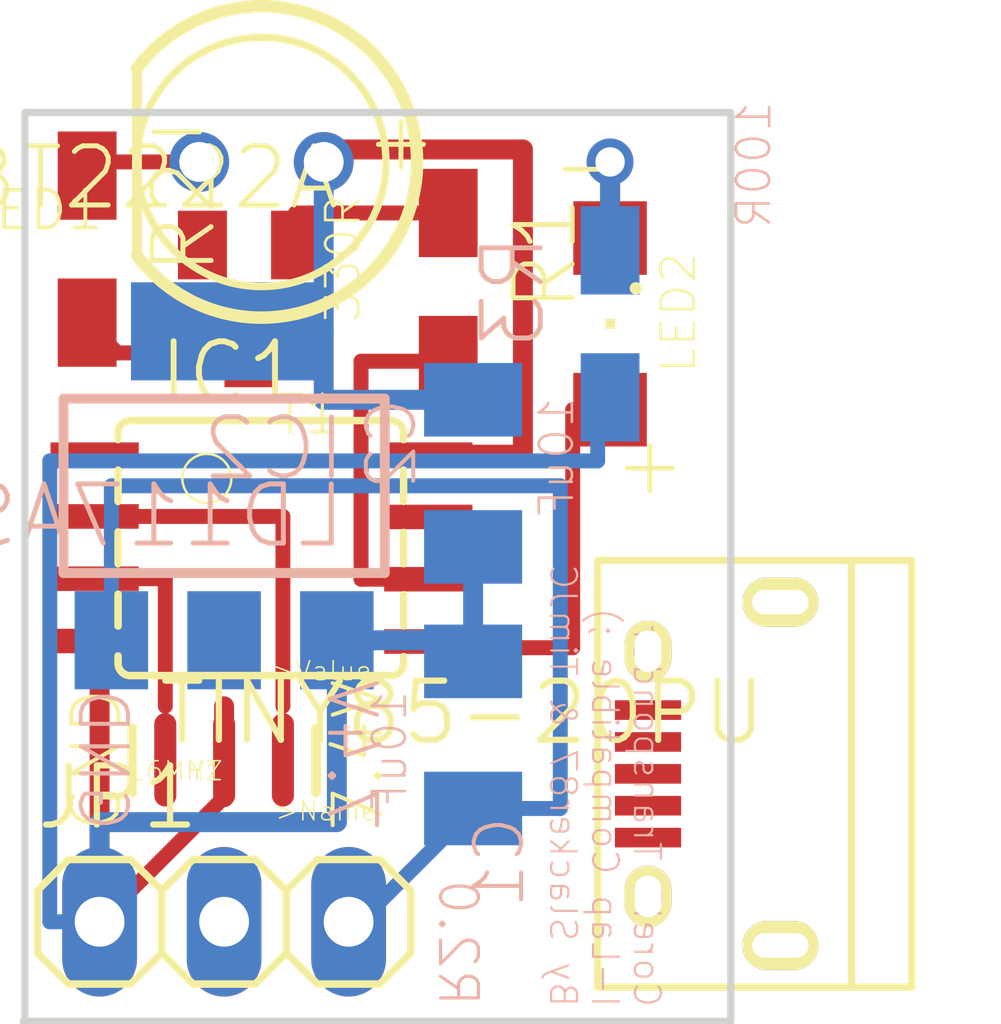
<source format=kicad_pcb>
(kicad_pcb (version 4) (host pcbnew 4.0.3-stable)

  (general
    (links 20)
    (no_connects 3)
    (area 136.149341 93.289199 157.497883 115.92695)
    (thickness 1.6)
    (drawings 14)
    (tracks 50)
    (zones 0)
    (modules 13)
    (nets 13)
  )

  (page A4)
  (layers
    (0 Top signal)
    (31 Bottom signal)
    (32 B.Adhes user hide)
    (33 F.Adhes user hide)
    (34 B.Paste user hide)
    (35 F.Paste user hide)
    (36 B.SilkS user hide)
    (37 F.SilkS user hide)
    (38 B.Mask user hide)
    (39 F.Mask user hide)
    (40 Dwgs.User user)
    (41 Cmts.User user)
    (42 Eco1.User user)
    (43 Eco2.User user)
    (44 Edge.Cuts user)
    (45 Margin user)
    (46 B.CrtYd user)
    (47 F.CrtYd user)
    (48 B.Fab user)
    (49 F.Fab user)
  )

  (setup
    (last_trace_width 0.25)
    (trace_clearance 0.1524)
    (zone_clearance 0.508)
    (zone_45_only no)
    (trace_min 0.2)
    (segment_width 0.2)
    (edge_width 0.15)
    (via_size 0.6)
    (via_drill 0.4)
    (via_min_size 0.4)
    (via_min_drill 0.3)
    (uvia_size 0.3)
    (uvia_drill 0.1)
    (uvias_allowed no)
    (uvia_min_size 0.2)
    (uvia_min_drill 0.1)
    (pcb_text_width 0.3)
    (pcb_text_size 1.5 1.5)
    (mod_edge_width 0.15)
    (mod_text_size 1 1)
    (mod_text_width 0.15)
    (pad_size 1.524 1.524)
    (pad_drill 0.762)
    (pad_to_mask_clearance 0.2)
    (aux_axis_origin 0 0)
    (visible_elements 7FFFFFFF)
    (pcbplotparams
      (layerselection 0x00030_80000001)
      (usegerberextensions false)
      (excludeedgelayer true)
      (linewidth 0.100000)
      (plotframeref false)
      (viasonmask false)
      (mode 1)
      (useauxorigin false)
      (hpglpennumber 1)
      (hpglpenspeed 20)
      (hpglpendiameter 15)
      (hpglpenoverlay 2)
      (psnegative false)
      (psa4output false)
      (plotreference true)
      (plotvalue true)
      (plotinvisibletext false)
      (padsonsilk false)
      (subtractmaskfromsilk false)
      (outputformat 1)
      (mirror false)
      (drillshape 1)
      (scaleselection 1)
      (outputdirectory ""))
  )

  (net 0 "")
  (net 1 5V)
  (net 2 GND)
  (net 3 N$2)
  (net 4 N$3)
  (net 5 N$4)
  (net 6 N$5)
  (net 7 N$1)
  (net 8 N$6)
  (net 9 N$7)
  (net 10 N$8)
  (net 11 N$9)
  (net 12 VCC)

  (net_class Default "This is the default net class."
    (clearance 0.1524)
    (trace_width 0.25)
    (via_dia 0.6)
    (via_drill 0.4)
    (uvia_dia 0.3)
    (uvia_drill 0.1)
    (add_net 5V)
    (add_net GND)
    (add_net N$1)
    (add_net N$2)
    (add_net N$3)
    (add_net N$4)
    (add_net N$5)
    (add_net N$6)
    (add_net N$7)
    (add_net N$8)
    (add_net N$9)
    (add_net VCC)
  )

  (module 8S2 (layer Top) (tedit 0) (tstamp 57B15D1E)
    (at 146.7611 104.6176 270)
    (descr "<b>8S2</b> 8-lead, 0.208 Body<p>\nPlastic Small Outline Package (EIAJ)<br>\nSource: http://www.atmel.com/dyn/resources/prod_documents/2535S.pdf")
    (fp_text reference IC1 (at -2.8575 2.159 360) (layer F.SilkS)
      (effects (font (size 1.2065 1.2065) (thickness 0.12065)) (justify left bottom))
    )
    (fp_text value TINY85-20PU (at 4.064 2.159 360) (layer F.SilkS)
      (effects (font (size 1.2065 1.2065) (thickness 0.127)) (justify left bottom))
    )
    (fp_arc (start -2.35 -2.65) (end -2.6 -2.65) (angle 90) (layer F.SilkS) (width 0.1524))
    (fp_arc (start 2.35 -2.65) (end 2.35 -2.9) (angle 90) (layer F.SilkS) (width 0.1524))
    (fp_arc (start 2.35 2.675) (end 2.35 2.925) (angle -90) (layer F.SilkS) (width 0.1524))
    (fp_arc (start -2.35 2.675) (end -2.6 2.675) (angle -90) (layer F.SilkS) (width 0.1524))
    (fp_line (start 2.36 2.925) (end -2.34 2.925) (layer Dwgs.User) (width 0.1524))
    (fp_line (start -2.34 -2.9) (end 2.36 -2.9) (layer Dwgs.User) (width 0.1524))
    (fp_line (start -2.21 -2.9) (end -2.34 -2.9) (layer F.SilkS) (width 0.1524))
    (fp_line (start -1.59 -2.9) (end -0.95 -2.9) (layer F.SilkS) (width 0.1524))
    (fp_line (start -0.32 -2.9) (end 0.32 -2.9) (layer F.SilkS) (width 0.1524))
    (fp_line (start 0.95 -2.9) (end 1.59 -2.9) (layer F.SilkS) (width 0.1524))
    (fp_line (start 2.21 -2.9) (end 2.36 -2.9) (layer F.SilkS) (width 0.1524))
    (fp_line (start 2.2 2.925) (end 2.33 2.925) (layer F.SilkS) (width 0.1524))
    (fp_line (start 1.59 2.925) (end 0.94 2.925) (layer F.SilkS) (width 0.1524))
    (fp_line (start 0.32 2.925) (end -0.33 2.925) (layer F.SilkS) (width 0.1524))
    (fp_line (start -0.95 2.925) (end -1.59 2.925) (layer F.SilkS) (width 0.1524))
    (fp_line (start -2.21 2.925) (end -2.34 2.925) (layer F.SilkS) (width 0.1524))
    (fp_line (start -2.6 -2.65) (end -2.6 2.665) (layer F.SilkS) (width 0.1524))
    (fp_line (start 2.6 2.675) (end 2.6 -2.65) (layer F.SilkS) (width 0.1524))
    (fp_circle (center -1.42 1.115) (end -0.92 1.115) (layer F.SilkS) (width 0.0508))
    (fp_poly (pts (xy -2.08 -2.95) (xy -1.73 -2.95) (xy -1.73 -3.85) (xy -2.08 -3.85)) (layer Dwgs.User) (width 0))
    (fp_poly (pts (xy -0.81 -2.95) (xy -0.46 -2.95) (xy -0.46 -3.85) (xy -0.81 -3.85)) (layer Dwgs.User) (width 0))
    (fp_poly (pts (xy 0.46 -2.95) (xy 0.81 -2.95) (xy 0.81 -3.85) (xy 0.46 -3.85)) (layer Dwgs.User) (width 0))
    (fp_poly (pts (xy 1.73 -2.95) (xy 2.08 -2.95) (xy 2.08 -3.85) (xy 1.73 -3.85)) (layer Dwgs.User) (width 0))
    (fp_poly (pts (xy 1.72 3.85) (xy 2.07 3.85) (xy 2.07 2.95) (xy 1.72 2.95)) (layer Dwgs.User) (width 0))
    (fp_poly (pts (xy 0.45 3.85) (xy 0.8 3.85) (xy 0.8 2.95) (xy 0.45 2.95)) (layer Dwgs.User) (width 0))
    (fp_poly (pts (xy -0.82 3.85) (xy -0.47 3.85) (xy -0.47 2.95) (xy -0.82 2.95)) (layer Dwgs.User) (width 0))
    (fp_poly (pts (xy -2.08 3.85) (xy -1.73 3.85) (xy -1.73 2.95) (xy -2.08 2.95)) (layer Dwgs.User) (width 0))
    (pad 1 smd rect (at -1.905 3.404 270) (size 0.5 1.8) (layers Top F.Paste F.Mask))
    (pad 2 smd rect (at -0.645 3.404 270) (size 0.5 1.8) (layers Top F.Paste F.Mask)
      (net 11 N$9))
    (pad 3 smd rect (at 0.625 3.404 270) (size 0.5 1.8) (layers Top F.Paste F.Mask)
      (net 10 N$8))
    (pad 4 smd rect (at 1.895 3.404 270) (size 0.5 1.8) (layers Top F.Paste F.Mask)
      (net 2 GND))
    (pad 8 smd rect (at -1.905 -3.404 270) (size 0.5 1.8) (layers Top F.Paste F.Mask)
      (net 1 5V))
    (pad 7 smd rect (at -0.635 -3.404 270) (size 0.5 1.8) (layers Top F.Paste F.Mask)
      (net 9 N$7))
    (pad 6 smd rect (at 0.635 -3.404 270) (size 0.5 1.8) (layers Top F.Paste F.Mask)
      (net 6 N$5))
    (pad 5 smd rect (at 1.905 -3.404 270) (size 0.5 1.8) (layers Top F.Paste F.Mask)
      (net 7 N$1))
  )

  (module LED5MM (layer Top) (tedit 0) (tstamp 57B15D44)
    (at 146.7611 96.7436 180)
    (descr "<B>LED</B><p>\n5 mm, round")
    (fp_text reference LED1 (at 3.175 -0.5334 360) (layer F.SilkS)
      (effects (font (size 0.77216 0.77216) (thickness 0.077216)) (justify right top))
    )
    (fp_text value "" (at 3.2004 1.8034 360) (layer F.SilkS)
      (effects (font (size 1.2065 1.2065) (thickness 0.12065)) (justify right top))
    )
    (fp_line (start 2.54 1.905) (end 2.54 -1.905) (layer F.SilkS) (width 0.2032))
    (fp_arc (start 0 0) (end 2.54 1.905) (angle 286.260205) (layer F.SilkS) (width 0.254))
    (fp_arc (start 0 0) (end -1.143 0) (angle 90) (layer Dwgs.User) (width 0.1524))
    (fp_arc (start 0 0) (end 0 1.143) (angle -90) (layer Dwgs.User) (width 0.1524))
    (fp_arc (start 0 0) (end -1.651 0) (angle 90) (layer Dwgs.User) (width 0.1524))
    (fp_arc (start 0 0) (end 0 1.651) (angle -90) (layer Dwgs.User) (width 0.1524))
    (fp_arc (start 0 0) (end -2.159 0) (angle 90) (layer Dwgs.User) (width 0.1524))
    (fp_arc (start 0 0) (end 0 2.159) (angle -90) (layer Dwgs.User) (width 0.1524))
    (fp_circle (center 0 0) (end 2.54 0) (layer F.SilkS) (width 0.1524))
    (pad A thru_hole circle (at -1.27 0 180) (size 1.2192 1.2192) (drill 0.8128) (layers *.Cu *.Mask)
      (net 1 5V))
    (pad K thru_hole circle (at 1.27 0 180) (size 1.2192 1.2192) (drill 0.8128) (layers *.Cu *.Mask)
      (net 3 N$2))
  )

  (module R1206W (layer Top) (tedit 0) (tstamp 57B15D52)
    (at 150.5711 99.2836 270)
    (descr "<b>RESISTOR</b><p>\nwave soldering")
    (fp_text reference R1 (at -1.905 -1.27 270) (layer F.SilkS)
      (effects (font (size 1.2065 1.2065) (thickness 0.1016)) (justify right top))
    )
    (fp_text value 330R (at -1.905 2.54 450) (layer F.SilkS)
      (effects (font (size 0.67564 0.67564) (thickness 0.054051)) (justify right top))
    )
    (fp_line (start -0.913 -0.8) (end 0.888 -0.8) (layer Dwgs.User) (width 0.1524))
    (fp_line (start -0.913 0.8) (end 0.888 0.8) (layer Dwgs.User) (width 0.1524))
    (fp_poly (pts (xy -1.651 0.8763) (xy -0.9009 0.8763) (xy -0.9009 -0.8738) (xy -1.651 -0.8738)) (layer Dwgs.User) (width 0))
    (fp_poly (pts (xy 0.889 0.8763) (xy 1.6391 0.8763) (xy 1.6391 -0.8738) (xy 0.889 -0.8738)) (layer Dwgs.User) (width 0))
    (fp_poly (pts (xy -0.3 0.7) (xy 0.3 0.7) (xy 0.3 -0.7) (xy -0.3 -0.7)) (layer F.Adhes) (width 0))
    (pad 1 smd rect (at -1.499 0 270) (size 1.8 1.2) (layers Top F.Paste F.Mask)
      (net 5 N$4))
    (pad 2 smd rect (at 1.499 0 270) (size 1.8 1.2) (layers Top F.Paste F.Mask)
      (net 6 N$5))
  )

  (module R1206W (layer Top) (tedit 0) (tstamp 57B15D5C)
    (at 143.2051 98.5216 270)
    (descr "<b>RESISTOR</b><p>\nwave soldering")
    (fp_text reference R2 (at -1.905 -1.27 270) (layer F.SilkS)
      (effects (font (size 1.2065 1.2065) (thickness 0.1016)) (justify right top))
    )
    (fp_text value 33R (at -1.905 2.54 450) (layer F.SilkS)
      (effects (font (size 0.67564 0.67564) (thickness 0.054051)) (justify right top))
    )
    (fp_line (start -0.913 -0.8) (end 0.888 -0.8) (layer Dwgs.User) (width 0.1524))
    (fp_line (start -0.913 0.8) (end 0.888 0.8) (layer Dwgs.User) (width 0.1524))
    (fp_poly (pts (xy -1.651 0.8763) (xy -0.9009 0.8763) (xy -0.9009 -0.8738) (xy -1.651 -0.8738)) (layer Dwgs.User) (width 0))
    (fp_poly (pts (xy 0.889 0.8763) (xy 1.6391 0.8763) (xy 1.6391 -0.8738) (xy 0.889 -0.8738)) (layer Dwgs.User) (width 0))
    (fp_poly (pts (xy -0.3 0.7) (xy 0.3 0.7) (xy 0.3 -0.7) (xy -0.3 -0.7)) (layer F.Adhes) (width 0))
    (pad 1 smd rect (at -1.499 0 270) (size 1.8 1.2) (layers Top F.Paste F.Mask)
      (net 3 N$2))
    (pad 2 smd rect (at 1.499 0 270) (size 1.8 1.2) (layers Top F.Paste F.Mask)
      (net 4 N$3))
  )

  (module SOT23-BEC (layer Top) (tedit 0) (tstamp 57B15D66)
    (at 146.5071 99.5376 180)
    (descr "TO-236 ITT Intermetall")
    (fp_text reference T1 (at -1.905 -1.905 360) (layer F.SilkS)
      (effects (font (size 0.77216 0.77216) (thickness 0.061772)) (justify right top))
    )
    (fp_text value MMBT2222A (at -1.905 3.175 180) (layer F.SilkS)
      (effects (font (size 1.2065 1.2065) (thickness 0.1016)) (justify right top))
    )
    (fp_line (start 1.4224 -0.6604) (end 1.4224 0.6604) (layer Dwgs.User) (width 0.127))
    (fp_line (start 1.4224 0.6604) (end -1.4224 0.6604) (layer Dwgs.User) (width 0.127))
    (fp_line (start -1.4224 0.6604) (end -1.4224 -0.6604) (layer Dwgs.User) (width 0.127))
    (fp_line (start -1.4224 -0.6604) (end 1.4224 -0.6604) (layer Dwgs.User) (width 0.127))
    (fp_poly (pts (xy -0.2286 -0.7112) (xy 0.2286 -0.7112) (xy 0.2286 -1.2954) (xy -0.2286 -1.2954)) (layer Dwgs.User) (width 0))
    (fp_poly (pts (xy 0.7112 1.2954) (xy 1.1684 1.2954) (xy 1.1684 0.7112) (xy 0.7112 0.7112)) (layer Dwgs.User) (width 0))
    (fp_poly (pts (xy -1.1684 1.2954) (xy -0.7112 1.2954) (xy -0.7112 0.7112) (xy -1.1684 0.7112)) (layer Dwgs.User) (width 0))
    (pad C smd rect (at 0 -1.1 180) (size 1 1.4) (layers Top F.Paste F.Mask)
      (net 4 N$3))
    (pad E smd rect (at 0.95 1.1 180) (size 1 1.4) (layers Top F.Paste F.Mask)
      (net 2 GND))
    (pad B smd rect (at -0.95 1.1 180) (size 1 1.4) (layers Top F.Paste F.Mask)
      (net 5 N$4))
  )

  (module C1206K (layer Bottom) (tedit 0) (tstamp 57B15D73)
    (at 151.0791 108.4276 90)
    (descr "<b>Ceramic Chip Capacitor KEMET 1206 reflow solder</b><p>\nMetric Code Size 3216")
    (fp_text reference C1 (at -1.6 1.1 90) (layer B.SilkS)
      (effects (font (size 0.9652 0.9652) (thickness 0.08128)) (justify left bottom mirror))
    )
    (fp_text value 10uF (at -1.6 -2.1 90) (layer B.SilkS)
      (effects (font (size 0.67564 0.67564) (thickness 0.054051)) (justify right top mirror))
    )
    (fp_line (start -1.525 0.75) (end 1.525 0.75) (layer Dwgs.User) (width 0.1016))
    (fp_line (start 1.525 -0.75) (end -1.525 -0.75) (layer Dwgs.User) (width 0.1016))
    (fp_poly (pts (xy -1.6 -0.8) (xy -1.1 -0.8) (xy -1.1 0.8) (xy -1.6 0.8)) (layer Dwgs.User) (width 0))
    (fp_poly (pts (xy 1.1 -0.8) (xy 1.6 -0.8) (xy 1.6 0.8) (xy 1.1 0.8)) (layer Dwgs.User) (width 0))
    (pad 1 smd rect (at -1.5 0 90) (size 1.5 2) (layers Bottom B.Paste B.Mask)
      (net 12 VCC))
    (pad 2 smd rect (at 1.5 0 90) (size 1.5 2) (layers Bottom B.Paste B.Mask)
      (net 2 GND))
  )

  (module SML1206 (layer Top) (tedit 0) (tstamp 57B15D91)
    (at 153.8731 100.0456 270)
    (descr "<b>SML10XXKH-TR (HIGH INTENSITY) LED</b><p>\n<table>\n<tr><td>SML10R3KH-TR</td><td>ULTRA RED</td></tr>\n<tr><td>SML10E3KH-TR</td><td>SUPER REDSUPER BLUE</td></tr>\n<tr><td>SML10O3KH-TR</td><td>SUPER ORANGE</td></tr>\n<tr><td>SML10PY3KH-TR</td><td>PURE YELLOW</td></tr>\n<tr><td>SML10OY3KH-TR</td><td>ULTRA YELLOW</td></tr>\n<tr><td>SML10AG3KH-TR</td><td>AQUA GREEN</td></tr>\n<tr><td>SML10BG3KH-TR</td><td>BLUE GREEN</td></tr>\n<tr><td>SML10PB1KH-TR</td><td>SUPER BLUE</td></tr>\n<tr><td>SML10CW1KH-TR</td><td>WHITE</td></tr>\n</table>\n\nSource: http://www.ledtronics.com/ds/smd-1206/dstr0094.PDF")
    (fp_text reference LED2 (at -1.5 -1 450) (layer F.SilkS)
      (effects (font (size 0.67564 0.67564) (thickness 0.054051)) (justify right top))
    )
    (fp_text value "" (at -1.5 2.5 450) (layer F.SilkS)
      (effects (font (size 1.2065 1.2065) (thickness 0.09652)) (justify right top))
    )
    (fp_arc (start -1.5 0) (end -1.5 -0.5) (angle 180) (layer Dwgs.User) (width 0.2032))
    (fp_arc (start 1.5 0) (end 1.5 0.5) (angle 180) (layer Dwgs.User) (width 0.2032))
    (fp_line (start -1.55 -0.75) (end 1.55 -0.75) (layer Dwgs.User) (width 0.1016))
    (fp_line (start 1.55 0.75) (end -1.55 0.75) (layer Dwgs.User) (width 0.1016))
    (fp_circle (center -0.725 -0.525) (end -0.6 -0.525) (layer F.SilkS) (width 0))
    (fp_poly (pts (xy -1.6 -0.4) (xy -1.15 -0.4) (xy -1.15 -0.8) (xy -1.6 -0.8)) (layer Dwgs.User) (width 0))
    (fp_poly (pts (xy -1.6 0.8) (xy -1.15 0.8) (xy -1.15 0.4) (xy -1.6 0.4)) (layer Dwgs.User) (width 0))
    (fp_poly (pts (xy -1.175 0.6) (xy -1 0.6) (xy -1 0.275) (xy -1.175 0.275)) (layer Dwgs.User) (width 0))
    (fp_poly (pts (xy 1.15 0.8) (xy 1.6 0.8) (xy 1.6 0.4) (xy 1.15 0.4)) (layer Dwgs.User) (width 0))
    (fp_poly (pts (xy 1.15 -0.4) (xy 1.6 -0.4) (xy 1.6 -0.8) (xy 1.15 -0.8)) (layer Dwgs.User) (width 0))
    (fp_poly (pts (xy 1 -0.275) (xy 1.175 -0.275) (xy 1.175 -0.6) (xy 1 -0.6)) (layer Dwgs.User) (width 0))
    (fp_poly (pts (xy -0.1 0.1) (xy 0.1 0.1) (xy 0.1 -0.1) (xy -0.1 -0.1)) (layer F.SilkS) (width 0))
    (pad C smd rect (at -1.75 0 270) (size 1.5 1.5) (layers Top F.Paste F.Mask)
      (net 8 N$6))
    (pad A smd rect (at 1.75 0 270) (size 1.5 1.5) (layers Top F.Paste F.Mask)
      (net 7 N$1))
  )

  (module R1206W (layer Bottom) (tedit 0) (tstamp 57B15DA2)
    (at 153.8731 100.0456 270)
    (descr "<b>RESISTOR</b><p>\nwave soldering")
    (fp_text reference R3 (at -1.905 1.27 270) (layer B.SilkS)
      (effects (font (size 1.2065 1.2065) (thickness 0.1016)) (justify left bottom mirror))
    )
    (fp_text value 100R (at -1.905 -2.54 450) (layer B.SilkS)
      (effects (font (size 0.67564 0.67564) (thickness 0.054051)) (justify right top mirror))
    )
    (fp_line (start -0.913 0.8) (end 0.888 0.8) (layer Dwgs.User) (width 0.1524))
    (fp_line (start -0.913 -0.8) (end 0.888 -0.8) (layer Dwgs.User) (width 0.1524))
    (fp_poly (pts (xy -1.651 -0.8763) (xy -0.9009 -0.8763) (xy -0.9009 0.8738) (xy -1.651 0.8738)) (layer Dwgs.User) (width 0))
    (fp_poly (pts (xy 0.889 -0.8763) (xy 1.6391 -0.8763) (xy 1.6391 0.8738) (xy 0.889 0.8738)) (layer Dwgs.User) (width 0))
    (fp_poly (pts (xy -0.3 -0.7) (xy 0.3 -0.7) (xy 0.3 0.7) (xy -0.3 0.7)) (layer B.Adhes) (width 0))
    (pad 1 smd rect (at -1.499 0 270) (size 1.8 1.2) (layers Bottom B.Paste B.Mask)
      (net 8 N$6))
    (pad 2 smd rect (at 1.499 0 270) (size 1.8 1.2) (layers Bottom B.Paste B.Mask)
      (net 2 GND))
  )

  (module RESONATOR-SMD (layer Top) (tedit 0) (tstamp 57B15DAC)
    (at 145.9991 108.9356 180)
    (fp_text reference Y1 (at 0 0 360) (layer F.SilkS)
      (effects (font (size 0.38608 0.38608) (thickness 0.030886)) (justify right top))
    )
    (fp_text value 16MHZ (at 0 0 360) (layer F.SilkS)
      (effects (font (size 0.38608 0.38608) (thickness 0.030886)) (justify right top))
    )
    (fp_line (start 1.871119 -0.660159) (end 1.871119 0.639841) (layer F.SilkS) (width 0.2032))
    (fp_line (start -1.878741 0.639841) (end -1.878741 -0.660159) (layer F.SilkS) (width 0.2032))
    (fp_line (start -1.6 -0.65) (end 1.6 -0.65) (layer Dwgs.User) (width 0.127))
    (fp_line (start 1.6 -0.65) (end 1.6 0.65) (layer Dwgs.User) (width 0.127))
    (fp_line (start 1.6 0.65) (end -1.6 0.65) (layer Dwgs.User) (width 0.127))
    (fp_line (start -1.6 0.65) (end -1.6 -0.65) (layer Dwgs.User) (width 0.127))
    (fp_text user >Name (at -1.016 -1.27 180) (layer F.SilkS)
      (effects (font (size 0.38608 0.38608) (thickness 0.032512)) (justify left bottom))
    )
    (fp_text user >Value (at -0.9525 1.5875 180) (layer F.SilkS)
      (effects (font (size 0.38608 0.38608) (thickness 0.032512)) (justify left bottom))
    )
    (fp_poly (pts (xy -1.750056 0.769616) (xy 1.744981 0.769616) (xy 1.744981 -0.764541) (xy -1.750056 -0.764541)) (layer F.Mask) (width 0))
    (pad 1 smd oval (at -1.2 0 180) (size 0.45 1.905) (layers Top F.Paste F.Mask)
      (net 11 N$9))
    (pad 2 smd oval (at 0 0 180) (size 0.45 1.905) (layers Top F.Paste F.Mask)
      (net 2 GND))
    (pad 3 smd oval (at 1.2 0 180) (size 0.45 1.905) (layers Top F.Paste F.Mask)
      (net 10 N$8))
  )

  (module 1X03 (layer Top) (tedit 0) (tstamp 57B15DBB)
    (at 145.9991 112.2376)
    (descr "<b>PIN HEADER</b>")
    (fp_text reference JP1 (at -3.8862 -1.8288) (layer F.SilkS)
      (effects (font (size 1.2065 1.2065) (thickness 0.127)) (justify left bottom))
    )
    (fp_text value "" (at -3.81 3.175) (layer F.SilkS)
      (effects (font (size 1.2065 1.2065) (thickness 0.09652)) (justify left bottom))
    )
    (fp_line (start -3.175 -1.27) (end -1.905 -1.27) (layer F.SilkS) (width 0.1524))
    (fp_line (start -1.905 -1.27) (end -1.27 -0.635) (layer F.SilkS) (width 0.1524))
    (fp_line (start -1.27 -0.635) (end -1.27 0.635) (layer F.SilkS) (width 0.1524))
    (fp_line (start -1.27 0.635) (end -1.905 1.27) (layer F.SilkS) (width 0.1524))
    (fp_line (start -1.27 -0.635) (end -0.635 -1.27) (layer F.SilkS) (width 0.1524))
    (fp_line (start -0.635 -1.27) (end 0.635 -1.27) (layer F.SilkS) (width 0.1524))
    (fp_line (start 0.635 -1.27) (end 1.27 -0.635) (layer F.SilkS) (width 0.1524))
    (fp_line (start 1.27 -0.635) (end 1.27 0.635) (layer F.SilkS) (width 0.1524))
    (fp_line (start 1.27 0.635) (end 0.635 1.27) (layer F.SilkS) (width 0.1524))
    (fp_line (start 0.635 1.27) (end -0.635 1.27) (layer F.SilkS) (width 0.1524))
    (fp_line (start -0.635 1.27) (end -1.27 0.635) (layer F.SilkS) (width 0.1524))
    (fp_line (start -3.81 -0.635) (end -3.81 0.635) (layer F.SilkS) (width 0.1524))
    (fp_line (start -3.175 -1.27) (end -3.81 -0.635) (layer F.SilkS) (width 0.1524))
    (fp_line (start -3.81 0.635) (end -3.175 1.27) (layer F.SilkS) (width 0.1524))
    (fp_line (start -1.905 1.27) (end -3.175 1.27) (layer F.SilkS) (width 0.1524))
    (fp_line (start 1.27 -0.635) (end 1.905 -1.27) (layer F.SilkS) (width 0.1524))
    (fp_line (start 1.905 -1.27) (end 3.175 -1.27) (layer F.SilkS) (width 0.1524))
    (fp_line (start 3.175 -1.27) (end 3.81 -0.635) (layer F.SilkS) (width 0.1524))
    (fp_line (start 3.81 -0.635) (end 3.81 0.635) (layer F.SilkS) (width 0.1524))
    (fp_line (start 3.81 0.635) (end 3.175 1.27) (layer F.SilkS) (width 0.1524))
    (fp_line (start 3.175 1.27) (end 1.905 1.27) (layer F.SilkS) (width 0.1524))
    (fp_line (start 1.905 1.27) (end 1.27 0.635) (layer F.SilkS) (width 0.1524))
    (fp_poly (pts (xy -0.254 0.254) (xy 0.254 0.254) (xy 0.254 -0.254) (xy -0.254 -0.254)) (layer Dwgs.User) (width 0))
    (fp_poly (pts (xy -2.794 0.254) (xy -2.286 0.254) (xy -2.286 -0.254) (xy -2.794 -0.254)) (layer Dwgs.User) (width 0))
    (fp_poly (pts (xy 2.286 0.254) (xy 2.794 0.254) (xy 2.794 -0.254) (xy 2.286 -0.254)) (layer Dwgs.User) (width 0))
    (pad 1 thru_hole oval (at -2.54 0 90) (size 3.048 1.524) (drill 1.016) (layers *.Cu *.Mask)
      (net 2 GND))
    (pad 2 thru_hole oval (at 0 0 90) (size 3.048 1.524) (drill 1.016) (layers *.Cu *.Mask))
    (pad 3 thru_hole oval (at 2.54 0 90) (size 3.048 1.524) (drill 1.016) (layers *.Cu *.Mask)
      (net 12 VCC))
  )

  (module SOT223 (layer Bottom) (tedit 0) (tstamp 57B15DDA)
    (at 145.9991 103.3476 180)
    (descr "<b>Small Outline Transistor 223</b><p>\nPLASTIC PACKAGE CASE 318E-04<br>\nSource: http://www.onsemi.co.jp .. LM137M-D.PDF")
    (fp_text reference IC2 (at -2.54 0.0508 360) (layer B.SilkS)
      (effects (font (size 1.2065 1.2065) (thickness 0.09652)) (justify left bottom mirror))
    )
    (fp_text value LD117AS50TR (at -2.54 -1.3208 180) (layer B.SilkS)
      (effects (font (size 1.2065 1.2065) (thickness 0.1016)) (justify left bottom mirror))
    )
    (fp_line (start 3.277 1.778) (end 3.277 -1.778) (layer B.SilkS) (width 0.2032))
    (fp_line (start 3.277 -1.778) (end -3.277 -1.778) (layer B.SilkS) (width 0.2032))
    (fp_line (start -3.277 -1.778) (end -3.277 1.778) (layer B.SilkS) (width 0.2032))
    (fp_line (start -3.277 1.778) (end 3.277 1.778) (layer B.SilkS) (width 0.2032))
    (fp_text user "direction of pcb" (at 0.4 0.4 180) (layer Cmts.User)
      (effects (font (size 0.2413 0.2413) (thickness 0.02032)) (justify left bottom))
    )
    (fp_text user "transportation for" (at 0.4 -0.05 180) (layer Cmts.User)
      (effects (font (size 0.2413 0.2413) (thickness 0.02032)) (justify left bottom))
    )
    (fp_text user wavesoldering (at 0.4 -0.5 180) (layer Cmts.User)
      (effects (font (size 0.2413 0.2413) (thickness 0.02032)) (justify left bottom))
    )
    (fp_poly (pts (xy -0.9271 1.1303) (xy 0.9271 1.1303) (xy 0.9271 4.3307) (xy -0.9271 4.3307)) (layer Dwgs.User) (width 0))
    (fp_poly (pts (xy -0.9271 -3.1623) (xy 0.9271 -3.1623) (xy 0.9271 -2.2987) (xy -0.9271 -2.2987)) (layer Dwgs.User) (width 0))
    (fp_poly (pts (xy -3.2385 -3.1623) (xy -1.3843 -3.1623) (xy -1.3843 -2.2987) (xy -3.2385 -2.2987)) (layer Dwgs.User) (width 0))
    (fp_poly (pts (xy 1.3843 -3.1623) (xy 3.2385 -3.1623) (xy 3.2385 -2.2987) (xy 1.3843 -2.2987)) (layer Dwgs.User) (width 0))
    (fp_poly (pts (xy -0.9271 1.1303) (xy 0.9271 1.1303) (xy 0.9271 4.3307) (xy -0.9271 4.3307)) (layer Dwgs.User) (width 0))
    (fp_poly (pts (xy -0.9271 -3.1623) (xy 0.9271 -3.1623) (xy 0.9271 -2.2987) (xy -0.9271 -2.2987)) (layer Dwgs.User) (width 0))
    (fp_poly (pts (xy -3.2385 -3.1623) (xy -1.3843 -3.1623) (xy -1.3843 -2.2987) (xy -3.2385 -2.2987)) (layer Dwgs.User) (width 0))
    (fp_poly (pts (xy 1.3843 -3.1623) (xy 3.2385 -3.1623) (xy 3.2385 -2.2987) (xy 1.3843 -2.2987)) (layer Dwgs.User) (width 0))
    (pad 1 smd rect (at -2.3 -3.15 180) (size 1.5 2) (layers Bottom B.Paste B.Mask)
      (net 2 GND))
    (pad 2 smd rect (at 0 -3.15 180) (size 1.5 2) (layers Bottom B.Paste B.Mask))
    (pad 3 smd rect (at 2.3 -3.15 180) (size 1.5 2) (layers Bottom B.Paste B.Mask)
      (net 12 VCC))
    (pad 4 smd rect (at 0 3.15 180) (size 3.8 2) (layers Bottom B.Paste B.Mask)
      (net 1 5V))
  )

  (module C1206K (layer Bottom) (tedit 0) (tstamp 57B15DF0)
    (at 151.0791 103.0936 270)
    (descr "<b>Ceramic Chip Capacitor KEMET 1206 reflow solder</b><p>\nMetric Code Size 3216")
    (fp_text reference C2 (at -1.6 1.1 270) (layer B.SilkS)
      (effects (font (size 0.9652 0.9652) (thickness 0.08128)) (justify left bottom mirror))
    )
    (fp_text value 10uF (at -1.6 -2.1 450) (layer B.SilkS)
      (effects (font (size 0.67564 0.67564) (thickness 0.054051)) (justify left bottom mirror))
    )
    (fp_line (start -1.525 0.75) (end 1.525 0.75) (layer Dwgs.User) (width 0.1016))
    (fp_line (start 1.525 -0.75) (end -1.525 -0.75) (layer Dwgs.User) (width 0.1016))
    (fp_poly (pts (xy -1.6 -0.8) (xy -1.1 -0.8) (xy -1.1 0.8) (xy -1.6 0.8)) (layer Dwgs.User) (width 0))
    (fp_poly (pts (xy 1.1 -0.8) (xy 1.6 -0.8) (xy 1.6 0.8) (xy 1.1 0.8)) (layer Dwgs.User) (width 0))
    (pad 1 smd rect (at -1.5 0 270) (size 1.5 2) (layers Bottom B.Paste B.Mask)
      (net 1 5V))
    (pad 2 smd rect (at 1.5 0 270) (size 1.5 2) (layers Bottom B.Paste B.Mask)
      (net 2 GND))
  )

  (module Connect:USB_Micro-B (layer Top) (tedit 57B1DE54) (tstamp 57B1DE11)
    (at 156.21 109.22 90)
    (descr "Micro USB Type B Receptacle")
    (tags "USB USB_B USB_micro USB_OTG")
    (attr smd)
    (fp_text reference "" (at 0 -3.45 90) (layer F.SilkS)
      (effects (font (size 1 1) (thickness 0.15)))
    )
    (fp_text value USB_Micro-B (at 0 4.8 90) (layer F.Fab)
      (effects (font (size 1 1) (thickness 0.15)))
    )
    (fp_line (start -4.6 -2.8) (end 4.6 -2.8) (layer F.CrtYd) (width 0.05))
    (fp_line (start 4.6 -2.8) (end 4.6 4.05) (layer F.CrtYd) (width 0.05))
    (fp_line (start 4.6 4.05) (end -4.6 4.05) (layer F.CrtYd) (width 0.05))
    (fp_line (start -4.6 4.05) (end -4.6 -2.8) (layer F.CrtYd) (width 0.05))
    (fp_line (start -4.3509 3.81746) (end 4.3491 3.81746) (layer F.SilkS) (width 0.15))
    (fp_line (start -4.3509 -2.58754) (end 4.3491 -2.58754) (layer F.SilkS) (width 0.15))
    (fp_line (start 4.3491 -2.58754) (end 4.3491 3.81746) (layer F.SilkS) (width 0.15))
    (fp_line (start 4.3491 2.58746) (end -4.3509 2.58746) (layer F.SilkS) (width 0.15))
    (fp_line (start -4.3509 3.81746) (end -4.3509 -2.58754) (layer F.SilkS) (width 0.15))
    (pad 1 smd rect (at -1.3009 -1.56254 180) (size 1.35 0.4) (layers Top F.Paste F.Mask))
    (pad 2 smd rect (at -0.6509 -1.56254 180) (size 1.35 0.4) (layers Top F.Paste F.Mask))
    (pad 3 smd rect (at -0.0009 -1.56254 180) (size 1.35 0.4) (layers Top F.Paste F.Mask))
    (pad 4 smd rect (at 0.6491 -1.56254 180) (size 1.35 0.4) (layers Top F.Paste F.Mask))
    (pad 5 smd rect (at 1.2991 -1.56254 180) (size 1.35 0.4) (layers Top F.Paste F.Mask))
    (pad 6 thru_hole oval (at -2.5009 -1.56254 180) (size 0.95 1.25) (drill oval 0.55 0.85) (layers *.Cu *.Mask F.SilkS))
    (pad 6 thru_hole oval (at 2.4991 -1.56254 180) (size 0.95 1.25) (drill oval 0.55 0.85) (layers *.Cu *.Mask F.SilkS))
    (pad 6 thru_hole oval (at -3.5009 1.13746 180) (size 1.55 1) (drill oval 1.15 0.5) (layers *.Cu *.Mask F.SilkS))
    (pad 6 thru_hole oval (at 3.4991 1.13746 180) (size 1.55 1) (drill oval 1.15 0.5) (layers *.Cu *.Mask F.SilkS))
  )

  (gr_line (start 141.9 114.2696) (end 156.3371 114.2696) (layer Edge.Cuts) (width 0.15) (tstamp 35CA810))
  (gr_line (start 156.3371 114.2696) (end 156.3371 95.7376) (layer Edge.Cuts) (width 0.15) (tstamp 35C9990))
  (gr_line (start 156.3 95.7376) (end 141.9351 95.7376) (layer Edge.Cuts) (width 0.15) (tstamp 35CAB10))
  (gr_line (start 141.9351 95.7376) (end 141.9351 114.2696) (layer Edge.Cuts) (width 0.15) (tstamp 35CA890))
  (gr_text - (at 144.2211 96.7436) (layer F.SilkS) (tstamp 35CB790)
    (effects (font (size 1.2065 1.2065) (thickness 0.1016)) (justify left bottom))
  )
  (gr_text - (at 152.6031 97.5056) (layer F.SilkS) (tstamp 35CB510)
    (effects (font (size 1.2065 1.2065) (thickness 0.1016)) (justify left bottom))
  )
  (gr_text + (at 148.7931 96.9976) (layer F.SilkS) (tstamp 35CC010)
    (effects (font (size 1.2065 1.2065) (thickness 0.1016)) (justify left bottom))
  )
  (gr_text + (at 153.8731 103.6016) (layer F.SilkS) (tstamp 35CBA10)
    (effects (font (size 1.2065 1.2065) (thickness 0.1016)) (justify left bottom))
  )
  (gr_text R2.0 (at 150.3171 114.0156 270) (layer B.SilkS) (tstamp 35CC190)
    (effects (font (size 0.77216 0.77216) (thickness 0.065024)) (justify left bottom mirror))
  )
  (gr_text "CoreIR Transponder\nI-Lap Compatible ;)\nBy Slacker87 & TimJC" (at 152.6031 114.0156 270) (layer B.SilkS) (tstamp 572A810)
    (effects (font (size 0.53086 0.53086) (thickness 0.044704)) (justify left bottom mirror))
  )
  (gr_text GND (at 143.9671 110.4596 90) (layer F.SilkS) (tstamp 572A010)
    (effects (font (size 0.9652 0.9652) (thickness 0.08128)) (justify left bottom))
  )
  (gr_text 7.4V (at 149.3011 110.4596 90) (layer F.SilkS) (tstamp 572A410)
    (effects (font (size 0.9652 0.9652) (thickness 0.08128)) (justify left bottom))
  )
  (gr_text GND (at 142.9511 110.4596 270) (layer B.SilkS) (tstamp 572A490)
    (effects (font (size 0.9652 0.9652) (thickness 0.08128)) (justify left bottom mirror))
  )
  (gr_text 7.4V (at 148.0311 110.4596 270) (layer B.SilkS) (tstamp 5729590)
    (effects (font (size 0.9652 0.9652) (thickness 0.08128)) (justify left bottom mirror))
  )

  (segment (start 151.0791 101.5936) (end 148.0311 101.5936) (width 0.4064) (layer Bottom) (net 1) (tstamp 84CC210))
  (segment (start 148.0311 101.5936) (end 148.0311 100.1976) (width 0.4064) (layer Bottom) (net 1) (tstamp 84CFA90))
  (segment (start 148.0311 100.1976) (end 148.0311 96.7436) (width 0.4064) (layer Bottom) (net 1) (tstamp 84CEB10))
  (segment (start 145.9991 100.1976) (end 148.0311 100.1976) (width 0.4064) (layer Bottom) (net 1) (tstamp 84CEF90))
  (segment (start 150.1651 102.7126) (end 152.0951 102.7126) (width 0.4064) (layer Top) (net 1) (tstamp 84CF290))
  (segment (start 152.0951 102.7126) (end 152.0951 96.4896) (width 0.4064) (layer Top) (net 1) (tstamp 84D0190))
  (segment (start 152.0951 96.4896) (end 148.0311 96.4896) (width 0.4064) (layer Top) (net 1) (tstamp 84D1610))
  (segment (start 148.0311 96.4896) (end 148.0311 96.7436) (width 0.4064) (layer Top) (net 1) (tstamp 84D0C10))
  (segment (start 153.6201 101.5446) (end 153.8731 101.5446) (width 0.4064) (layer Bottom) (net 2) (tstamp 84D5A90))
  (segment (start 151.0791 106.9276) (end 151.0791 104.5936) (width 0.4064) (layer Bottom) (net 2) (tstamp 84D5E10))
  (segment (start 148.2991 106.4976) (end 150.6491 106.4976) (width 0.4064) (layer Bottom) (net 2) (tstamp 84D4510))
  (segment (start 145.9991 107.8434) (end 145.9991 109.6976) (width 0.4064) (layer Top) (net 2) (tstamp 84D7010))
  (segment (start 145.9991 109.6976) (end 143.4591 112.2376) (width 0.3048) (layer Top) (net 2) (tstamp 84D7F10))
  (segment (start 143.3571 106.5126) (end 143.4591 106.5126) (width 0.4064) (layer Top) (net 2) (tstamp 84D6390))
  (segment (start 143.4591 106.5126) (end 143.4591 112.2376) (width 0.4064) (layer Top) (net 2) (tstamp 84D7D90))
  (segment (start 148.2991 106.4976) (end 148.2991 110.2056) (width 0.4064) (layer Bottom) (net 2) (tstamp 84D9D10))
  (segment (start 148.2991 110.2056) (end 143.4591 110.2056) (width 0.4064) (layer Bottom) (net 2) (tstamp 84D8A10))
  (segment (start 143.4591 110.2056) (end 143.4591 112.2376) (width 0.4064) (layer Bottom) (net 2) (tstamp 84D8810))
  (segment (start 153.6201 101.5446) (end 153.6201 102.8396) (width 0.3048) (layer Bottom) (net 2) (tstamp 84D9710))
  (segment (start 153.6201 102.8396) (end 142.4431 102.8396) (width 0.3048) (layer Bottom) (net 2) (tstamp 84DAC10))
  (segment (start 142.4431 102.8396) (end 142.4431 112.2376) (width 0.3048) (layer Bottom) (net 2) (tstamp 84DBB10))
  (segment (start 142.4431 112.2376) (end 143.4591 112.2376) (width 0.3048) (layer Bottom) (net 2) (tstamp 84DA690))
  (segment (start 150.6491 106.4976) (end 151.0791 106.9276) (width 0.4064) (layer Bottom) (net 2) (tstamp 84D5590))
  (segment (start 143.2051 97.0226) (end 143.2051 96.7436) (width 0.3048) (layer Top) (net 3) (tstamp 851CD10))
  (segment (start 143.2051 96.7436) (end 145.4911 96.7436) (width 0.3048) (layer Top) (net 3) (tstamp 851CF90))
  (segment (start 143.2051 100.0206) (end 143.8221 100.6376) (width 0.3048) (layer Top) (net 4) (tstamp 851F790))
  (segment (start 143.8221 100.6376) (end 146.5071 100.6376) (width 0.3048) (layer Top) (net 4) (tstamp 851FF90))
  (segment (start 147.4571 98.4376) (end 147.4571 97.7846) (width 0.3048) (layer Top) (net 5) (tstamp 8521990))
  (segment (start 147.4571 97.7846) (end 150.5711 97.7846) (width 0.3048) (layer Top) (net 5) (tstamp 8520B10))
  (segment (start 150.1651 105.2526) (end 148.7931 105.2526) (width 0.3048) (layer Top) (net 6) (tstamp 8523C90))
  (segment (start 148.7931 105.2526) (end 148.7931 100.8076) (width 0.3048) (layer Top) (net 6) (tstamp 8522510))
  (segment (start 148.7931 100.8076) (end 150.5711 100.8076) (width 0.3048) (layer Top) (net 6) (tstamp 8523590))
  (segment (start 150.5711 100.8076) (end 150.5711 100.7826) (width 0.3048) (layer Top) (net 6) (tstamp 8523010))
  (segment (start 153.1111 106.6496) (end 150.1651 106.6496) (width 0.3048) (layer Top) (net 7) (tstamp 8527B10))
  (segment (start 153.8731 101.7956) (end 153.1111 101.7956) (width 0.3048) (layer Top) (net 7) (tstamp 8525710))
  (segment (start 153.1111 101.7956) (end 153.1111 106.6496) (width 0.3048) (layer Top) (net 7) (tstamp 8525E90))
  (segment (start 150.1651 106.6496) (end 150.1651 106.5226) (width 0.3048) (layer Top) (net 7) (tstamp 8526410))
  (via (at 153.8731 96.7436) (size 0.9556) (drill 0.6) (layers Top Bottom) (net 8) (tstamp 8526F10))
  (segment (start 153.8731 98.2956) (end 153.8731 96.7436) (width 0.4064) (layer Top) (net 8) (tstamp 8529390))
  (segment (start 153.8731 98.5466) (end 153.8731 96.7436) (width 0.4064) (layer Bottom) (net 8) (tstamp 8528E90))
  (segment (start 144.7991 107.8434) (end 144.7991 105.2426) (width 0.3048) (layer Top) (net 10) (tstamp 852A310))
  (segment (start 144.7991 105.2426) (end 143.3571 105.2426) (width 0.3048) (layer Top) (net 10) (tstamp 852D490))
  (segment (start 143.3571 103.9726) (end 147.1991 103.9726) (width 0.3048) (layer Top) (net 11) (tstamp 852C910))
  (segment (start 147.1991 103.9726) (end 147.1991 107.8434) (width 0.3048) (layer Top) (net 11) (tstamp 852D310))
  (segment (start 152.8571 109.9276) (end 151.0791 109.9276) (width 0.3048) (layer Bottom) (net 12) (tstamp 8530790))
  (segment (start 152.8571 103.3476) (end 152.8571 109.9276) (width 0.3048) (layer Bottom) (net 12) (tstamp 8530B10))
  (segment (start 143.6991 103.3476) (end 152.8571 103.3476) (width 0.3048) (layer Bottom) (net 12) (tstamp 8531990))
  (segment (start 148.5391 112.2376) (end 148.7691 112.2376) (width 0.3048) (layer Bottom) (net 12) (tstamp 852ED10))
  (segment (start 148.7691 112.2376) (end 151.0791 109.9276) (width 0.3048) (layer Bottom) (net 12) (tstamp 852E310))
  (segment (start 143.6991 106.4976) (end 143.6991 103.3476) (width 0.3048) (layer Bottom) (net 12) (tstamp 8531B90))

  (zone (net 2) (net_name GND) (layer Bottom) (tstamp 84DAA90) (hatch none 0.508)
    (priority 6)
    (connect_pads (clearance 0.508))
    (min_thickness 0.3048)
    (fill (arc_segments 32) (thermal_gap 0.3548) (thermal_bridge_width 0.3548))
    (polygon
      (pts
        (xy 155.1431 114.2696) (xy 141.4271 114.2696) (xy 141.4271 95.2196) (xy 155.1431 95.2196)
      )
    )
  )
)

</source>
